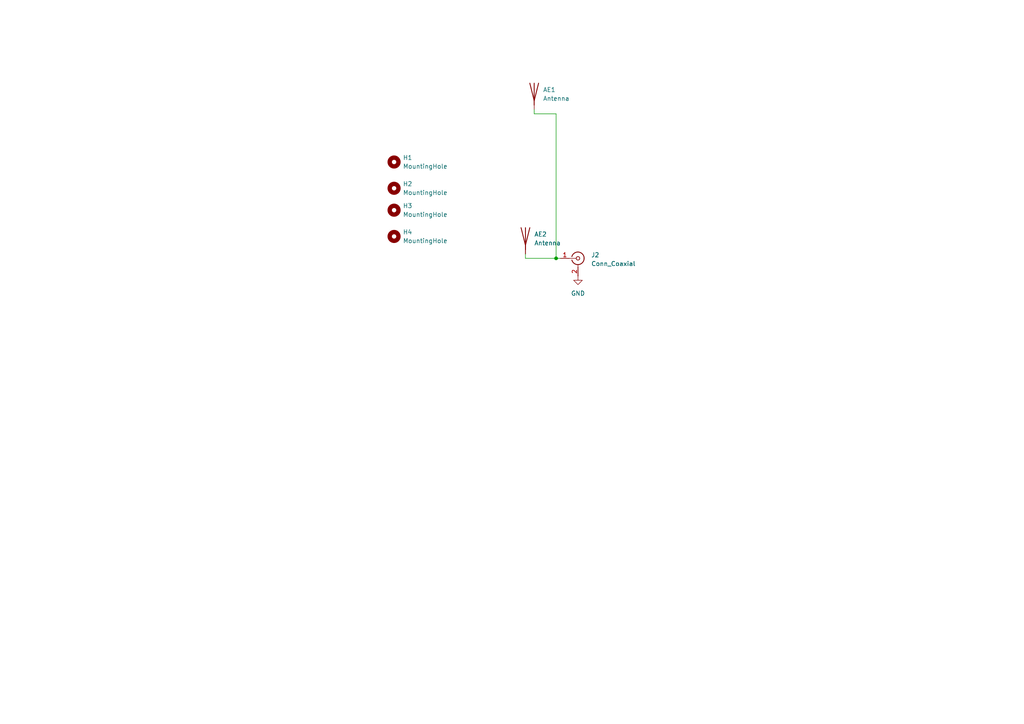
<source format=kicad_sch>
(kicad_sch (version 20250114) (generator "eeschema") (generator_version "9.0")
  (paper "A4")
  (lib_symbols
    (symbol "Connector:Conn_Coaxial" (pin_names (offset 1.016) (hide yes))
      (property "Reference" "J" (at 0.254 3.048 0))
      (property "Value" "Conn_Coaxial" (at 2.921 0 90))
      (symbol "Conn_Coaxial_0_1"
        (polyline (pts (xy -2.54 0) (xy -0.508 0)))
        (arc (start 1.778 0) (mid 0.222 -1.8079) (end -1.778 -0.508) (stroke (width 0.254)))
        (arc (start -1.778 0.508) (mid 0.2221 1.8084) (end 1.778 0) (stroke (width 0.254)))
        (circle (center 0 0) (radius 0.508) (stroke (width 0.2032)))
        (polyline (pts (xy 0 -2.54) (xy 0 -1.778)))
      )
      (symbol "Conn_Coaxial_1_1"
        (pin passive line (at -5.08 0 0) (length 2.54) (name "In") (number "1"))
        (pin passive line (at 0 -5.08 90) (length 2.54) (name "Ext") (number "2"))
      )
    )
    (symbol "Device:Antenna" (pin_numbers (hide yes)) (pin_names (offset 1.016) (hide yes))
      (property "Reference" "AE" (at -1.905 1.905 0))
      (property "Value" "Antenna" (at -1.905 0 0))
      (symbol "Antenna_0_1"
        (polyline (pts (xy 0 2.54) (xy 0 -3.81)) (stroke (width 0.254)))
        (polyline (pts (xy 1.27 2.54) (xy 0 -2.54) (xy -1.27 2.54)) (stroke (width 0.254)))
      )
      (symbol "Antenna_1_1"
        (pin input line (at 0 -5.08 90) (length 2.54) (name "A") (number "1"))
      )
    )
    (symbol "Mechanical:MountingHole" (pin_names (offset 1.016)) (in_bom no)
      (property "Reference" "H" (at 0 5.08 0))
      (property "Value" "MountingHole" (at 0 3.175 0))
      (symbol "MountingHole_0_1"
        (circle (center 0 0) (radius 1.27) (stroke (width 1.27)))
      )
    )
    (symbol "power:GND" (power) (pin_numbers (hide yes)) (pin_names (offset 0) (hide yes))
      (property "Value" "GND" (at 0 -3.81 0))
      (symbol "GND_0_1"
        (polyline (pts (xy 0 0) (xy 0 -1.27) (xy 1.27 -1.27) (xy 0 -2.54) (xy -1.27 -1.27) (xy 0 -1.27)))
      )
      (symbol "GND_1_1"
        (pin power_in line (at 0 0 270) (length 0) (name "~") (number "1"))
      )
    )
  )
  (junction (at 161.29 74.93))
  (wire (pts (xy 161.29 33.02) (xy 154.94 33.02)))
  (wire (pts (xy 162.56 74.93) (xy 161.29 74.93)))
  (wire (pts (xy 152.4 74.93) (xy 152.4 73.66)))
  (wire (pts (xy 161.29 74.93) (xy 152.4 74.93)))
  (wire (pts (xy 161.29 33.02) (xy 161.29 74.93)))
  (wire (pts (xy 154.94 33.02) (xy 154.94 31.75)))
  (symbol (lib_id "Mechanical:MountingHole") (at 114.3 68.58 0) (unit 1) (in_bom no)
    (property "Reference" "H4" (at 116.84 67.3099 0) (effects (justify left)))
    (property "Value" "MountingHole" (at 116.84 69.8499 0) (effects (justify left)))
    (property "Footprint" "MountingHole:MountingHole_3.2mm_M3" (effects (hide yes)))
    (property "Description" "Mounting Hole without connection" (effects (hide yes)))
  )
  (symbol (lib_id "Mechanical:MountingHole") (at 114.3 54.61 0) (unit 1) (in_bom no)
    (property "Reference" "H2" (at 116.84 53.3399 0) (effects (justify left)))
    (property "Value" "MountingHole" (at 116.84 55.8799 0) (effects (justify left)))
    (property "Footprint" "MountingHole:MountingHole_3.2mm_M3" (effects (hide yes)))
    (property "Description" "Mounting Hole without connection" (effects (hide yes)))
  )
  (symbol (lib_id "Connector:Conn_Coaxial") (at 167.64 74.93 0) (unit 1)
    (property "Reference" "J2" (at 171.45 73.9531 0) (effects (justify left)))
    (property "Value" "Conn_Coaxial" (at 171.45 76.4931 0) (effects (justify left)))
    (property "Footprint" "Connector_Coaxial:BNC_TEConnectivity_1478204_Vertical" (effects (hide yes)))
    (property "Description" "coaxial connector (BNC, SMA, SMB, SMC, Cinch/RCA, LEMO, ...)" (effects (hide yes)))
  )
  (symbol (lib_id "power:GND") (at 167.64 80.01 0) (unit 1)
    (property "Reference" "#PWR02" (effects (hide yes)))
    (property "Value" "GND" (at 167.64 85.09 0))
    (property "Description" "Power symbol creates a global label with name \"GND\" , ground" (effects (hide yes)))
  )
  (symbol (lib_id "Device:Antenna") (at 152.4 68.58 0) (unit 1)
    (property "Reference" "AE2" (at 154.94 67.9449 0) (effects (justify left)))
    (property "Value" "Antenna" (at 154.94 70.4849 0) (effects (justify left)))
    (property "Footprint" "Patch_Antenna:Patch_Antenna_2G4Hz" (effects (hide yes)))
    (property "Description" "Antenna" (effects (hide yes)))
  )
  (symbol (lib_id "Mechanical:MountingHole") (at 114.3 60.96 0) (unit 1) (in_bom no)
    (property "Reference" "H3" (at 116.84 59.6899 0) (effects (justify left)))
    (property "Value" "MountingHole" (at 116.84 62.2299 0) (effects (justify left)))
    (property "Footprint" "MountingHole:MountingHole_3.2mm_M3" (effects (hide yes)))
    (property "Description" "Mounting Hole without connection" (effects (hide yes)))
  )
  (symbol (lib_id "Device:Antenna") (at 154.94 26.67 0) (unit 1)
    (property "Reference" "AE1" (at 157.48 26.0349 0) (effects (justify left)))
    (property "Value" "Antenna" (at 157.48 28.5749 0) (effects (justify left)))
    (property "Footprint" "Patch_Antenna:Patch_Antenna_2G4Hz" (effects (hide yes)))
    (property "Description" "Antenna" (effects (hide yes)))
  )
  (symbol (lib_id "Mechanical:MountingHole") (at 114.3 46.99 0) (unit 1) (in_bom no)
    (property "Reference" "H1" (at 116.84 45.7199 0) (effects (justify left)))
    (property "Value" "MountingHole" (at 116.84 48.2599 0) (effects (justify left)))
    (property "Footprint" "MountingHole:MountingHole_3.2mm_M3" (effects (hide yes)))
    (property "Description" "Mounting Hole without connection" (effects (hide yes)))
  )
)
</source>
